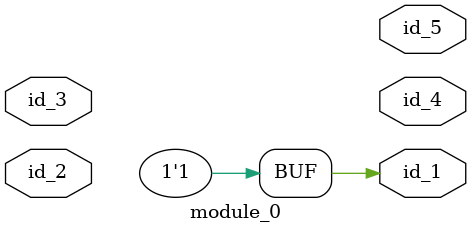
<source format=v>
module module_0 (
    id_1,
    id_2,
    id_3,
    id_4,
    id_5
);
  output id_5;
  output id_4;
  inout id_3;
  inout id_2;
  output id_1;
  always id_1 = 1;
endmodule

</source>
